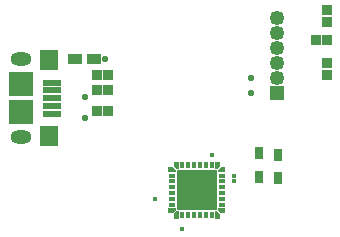
<source format=gts>
G04*
G04 #@! TF.GenerationSoftware,Altium Limited,Altium Designer,19.0.14 (431)*
G04*
G04 Layer_Color=8388736*
%FSLAX43Y43*%
%MOMM*%
G71*
G01*
G75*
%ADD24R,0.838X0.864*%
%ADD25R,0.864X0.838*%
%ADD26R,1.153X0.903*%
%ADD27R,0.703X1.003*%
%ADD28R,1.553X0.603*%
%ADD29R,2.103X2.103*%
%ADD30R,1.603X1.803*%
%ADD31R,0.420X0.620*%
%ADD32R,0.620X0.420*%
%ADD33R,3.420X3.420*%
%ADD34C,1.253*%
%ADD35R,1.253X1.253*%
%ADD36O,1.803X1.103*%
%ADD37C,0.453*%
%ADD38C,0.553*%
G36*
X14460Y2650D02*
X14225Y2415D01*
X13840Y2415D01*
Y2835D01*
X14460D01*
X14460Y2650D01*
D02*
G37*
G36*
X14710Y1965D02*
X14290D01*
X14290Y2350D01*
X14525Y2585D01*
X14710Y2585D01*
Y1965D01*
D02*
G37*
G36*
Y6165D02*
X14525Y6165D01*
X14290Y6400D01*
X14290Y6785D01*
X14710D01*
Y6165D01*
D02*
G37*
G36*
X14225Y6335D02*
X14460Y6100D01*
X14460Y5915D01*
X13840D01*
Y6335D01*
X14225Y6335D01*
D02*
G37*
G36*
X18660Y2415D02*
X18275Y2415D01*
X18040Y2650D01*
X18040Y2835D01*
X18660D01*
Y2415D01*
D02*
G37*
G36*
X17975Y2585D02*
X18210Y2350D01*
X18210Y1965D01*
X17790D01*
Y2585D01*
X17975Y2585D01*
D02*
G37*
G36*
X18210Y6400D02*
X17975Y6165D01*
X17790Y6165D01*
Y6785D01*
X18210D01*
X18210Y6400D01*
D02*
G37*
G36*
X18660Y5915D02*
X18040D01*
X18040Y6100D01*
X18275Y6335D01*
X18660Y6335D01*
Y5915D01*
D02*
G37*
D24*
X27250Y15117D02*
D03*
Y14152D02*
D03*
Y18642D02*
D03*
Y19608D02*
D03*
D25*
X27283Y17125D02*
D03*
X26317D02*
D03*
X8733Y11125D02*
D03*
X7767D02*
D03*
X8733Y12875D02*
D03*
X7767D02*
D03*
X8733Y14125D02*
D03*
X7767D02*
D03*
D26*
X7575Y15475D02*
D03*
X5925D02*
D03*
D27*
X21500Y7500D02*
D03*
Y5500D02*
D03*
X23125Y7375D02*
D03*
Y5375D02*
D03*
D28*
X4000Y13475D02*
D03*
Y12825D02*
D03*
Y12175D02*
D03*
Y11525D02*
D03*
Y10875D02*
D03*
D29*
X1325Y13375D02*
D03*
Y10975D02*
D03*
D30*
X3775Y15375D02*
D03*
Y8975D02*
D03*
D31*
X15000Y2275D02*
D03*
X15500D02*
D03*
X16000D02*
D03*
X16500D02*
D03*
X17000D02*
D03*
X17500D02*
D03*
Y6475D02*
D03*
X17000D02*
D03*
X16500D02*
D03*
X16000D02*
D03*
X15500D02*
D03*
X15000D02*
D03*
D32*
X18350Y3125D02*
D03*
Y3625D02*
D03*
Y4125D02*
D03*
Y4625D02*
D03*
Y5125D02*
D03*
Y5625D02*
D03*
X14150D02*
D03*
Y5125D02*
D03*
Y4625D02*
D03*
Y4125D02*
D03*
Y3625D02*
D03*
Y3125D02*
D03*
D33*
X16250Y4375D02*
D03*
D34*
X23000Y18935D02*
D03*
Y17665D02*
D03*
Y16395D02*
D03*
Y13855D02*
D03*
Y15125D02*
D03*
D35*
Y12585D02*
D03*
D36*
X1325Y8875D02*
D03*
Y15475D02*
D03*
D37*
X19375Y5625D02*
D03*
X15000Y1125D02*
D03*
X12750Y3625D02*
D03*
X17500Y7375D02*
D03*
X19375Y5125D02*
D03*
D38*
X8500Y15475D02*
D03*
X6750Y12250D02*
D03*
X20835Y12585D02*
D03*
X20855Y13855D02*
D03*
X6750Y10500D02*
D03*
M02*

</source>
